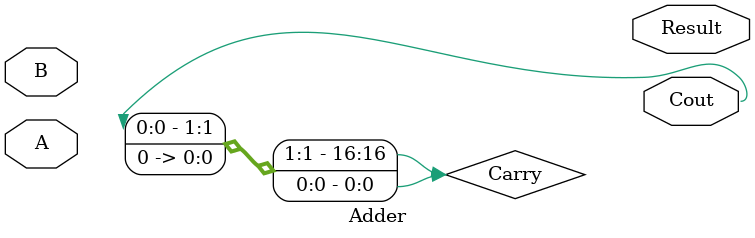
<source format=v>

module Adder #(
  parameter Width = 16
)
(
  input   [Width-1:0] A,
  input   [Width-1:0] B,
  output  [Width-1:0] Result,
  output              Cout
);

  // Wire used to connect the Cin and Cout of the FA cells
  wire [Width:0] Carry;
  // Cin of the lowest-bit FA is a 0 for addition
  assign Carry[0] = 1'b0;
  // Cout of the highest-bit FA is assigned to Cout of the adder
  assign Cout = Carry[Width];

  genvar i;
  
  /********YOUR CODE HERE********/
endmodule

</source>
